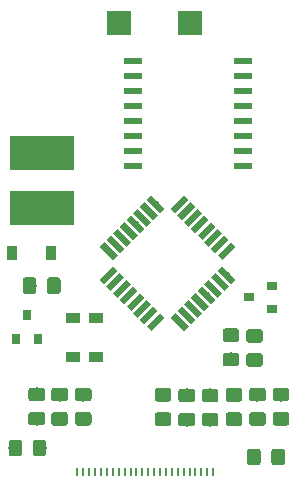
<source format=gbr>
G04 #@! TF.GenerationSoftware,KiCad,Pcbnew,5.0.2-bee76a0~70~ubuntu16.04.1*
G04 #@! TF.CreationDate,2019-03-15T02:00:50+08:00*
G04 #@! TF.ProjectId,OTP-v02,4f54502d-7630-4322-9e6b-696361645f70,v01*
G04 #@! TF.SameCoordinates,Original*
G04 #@! TF.FileFunction,Paste,Top*
G04 #@! TF.FilePolarity,Positive*
%FSLAX46Y46*%
G04 Gerber Fmt 4.6, Leading zero omitted, Abs format (unit mm)*
G04 Created by KiCad (PCBNEW 5.0.2-bee76a0~70~ubuntu16.04.1) date Friday, 15 March, 2019 02:00:50 AM PST*
%MOMM*%
%LPD*%
G01*
G04 APERTURE LIST*
%ADD10R,0.200000X0.800000*%
%ADD11C,0.100000*%
%ADD12C,1.150000*%
%ADD13R,2.000000X2.000000*%
%ADD14R,1.200000X0.900000*%
%ADD15R,0.900000X1.200000*%
%ADD16R,5.500000X3.000000*%
%ADD17R,0.800000X0.900000*%
%ADD18R,0.900000X0.800000*%
%ADD19C,0.550000*%
%ADD20R,1.500000X0.600000*%
G04 APERTURE END LIST*
D10*
G04 #@! TO.C,J1*
X112500000Y-99000000D03*
X113000000Y-99000000D03*
X113500000Y-99000000D03*
X114000000Y-99000000D03*
X114500000Y-99000000D03*
X115000000Y-99000000D03*
X115500000Y-99000000D03*
X116000000Y-99000000D03*
X116500000Y-99000000D03*
X117000000Y-99000000D03*
X117500000Y-99000000D03*
X118000000Y-99000000D03*
X118500000Y-99000000D03*
X119000000Y-99000000D03*
X119500000Y-99000000D03*
X120000000Y-99000000D03*
X120500000Y-99000000D03*
X121000000Y-99000000D03*
X121500000Y-99000000D03*
X122000000Y-99000000D03*
X122500000Y-99000000D03*
X123000000Y-99000000D03*
X123500000Y-99000000D03*
X124000000Y-99000000D03*
G04 #@! TD*
D11*
G04 #@! TO.C,C11*
G36*
X122224505Y-91976204D02*
X122248773Y-91979804D01*
X122272572Y-91985765D01*
X122295671Y-91994030D01*
X122317850Y-92004520D01*
X122338893Y-92017132D01*
X122358599Y-92031747D01*
X122376777Y-92048223D01*
X122393253Y-92066401D01*
X122407868Y-92086107D01*
X122420480Y-92107150D01*
X122430970Y-92129329D01*
X122439235Y-92152428D01*
X122445196Y-92176227D01*
X122448796Y-92200495D01*
X122450000Y-92224999D01*
X122450000Y-92875001D01*
X122448796Y-92899505D01*
X122445196Y-92923773D01*
X122439235Y-92947572D01*
X122430970Y-92970671D01*
X122420480Y-92992850D01*
X122407868Y-93013893D01*
X122393253Y-93033599D01*
X122376777Y-93051777D01*
X122358599Y-93068253D01*
X122338893Y-93082868D01*
X122317850Y-93095480D01*
X122295671Y-93105970D01*
X122272572Y-93114235D01*
X122248773Y-93120196D01*
X122224505Y-93123796D01*
X122200001Y-93125000D01*
X121299999Y-93125000D01*
X121275495Y-93123796D01*
X121251227Y-93120196D01*
X121227428Y-93114235D01*
X121204329Y-93105970D01*
X121182150Y-93095480D01*
X121161107Y-93082868D01*
X121141401Y-93068253D01*
X121123223Y-93051777D01*
X121106747Y-93033599D01*
X121092132Y-93013893D01*
X121079520Y-92992850D01*
X121069030Y-92970671D01*
X121060765Y-92947572D01*
X121054804Y-92923773D01*
X121051204Y-92899505D01*
X121050000Y-92875001D01*
X121050000Y-92224999D01*
X121051204Y-92200495D01*
X121054804Y-92176227D01*
X121060765Y-92152428D01*
X121069030Y-92129329D01*
X121079520Y-92107150D01*
X121092132Y-92086107D01*
X121106747Y-92066401D01*
X121123223Y-92048223D01*
X121141401Y-92031747D01*
X121161107Y-92017132D01*
X121182150Y-92004520D01*
X121204329Y-91994030D01*
X121227428Y-91985765D01*
X121251227Y-91979804D01*
X121275495Y-91976204D01*
X121299999Y-91975000D01*
X122200001Y-91975000D01*
X122224505Y-91976204D01*
X122224505Y-91976204D01*
G37*
D12*
X121750000Y-92550000D03*
D11*
G36*
X122224505Y-94026204D02*
X122248773Y-94029804D01*
X122272572Y-94035765D01*
X122295671Y-94044030D01*
X122317850Y-94054520D01*
X122338893Y-94067132D01*
X122358599Y-94081747D01*
X122376777Y-94098223D01*
X122393253Y-94116401D01*
X122407868Y-94136107D01*
X122420480Y-94157150D01*
X122430970Y-94179329D01*
X122439235Y-94202428D01*
X122445196Y-94226227D01*
X122448796Y-94250495D01*
X122450000Y-94274999D01*
X122450000Y-94925001D01*
X122448796Y-94949505D01*
X122445196Y-94973773D01*
X122439235Y-94997572D01*
X122430970Y-95020671D01*
X122420480Y-95042850D01*
X122407868Y-95063893D01*
X122393253Y-95083599D01*
X122376777Y-95101777D01*
X122358599Y-95118253D01*
X122338893Y-95132868D01*
X122317850Y-95145480D01*
X122295671Y-95155970D01*
X122272572Y-95164235D01*
X122248773Y-95170196D01*
X122224505Y-95173796D01*
X122200001Y-95175000D01*
X121299999Y-95175000D01*
X121275495Y-95173796D01*
X121251227Y-95170196D01*
X121227428Y-95164235D01*
X121204329Y-95155970D01*
X121182150Y-95145480D01*
X121161107Y-95132868D01*
X121141401Y-95118253D01*
X121123223Y-95101777D01*
X121106747Y-95083599D01*
X121092132Y-95063893D01*
X121079520Y-95042850D01*
X121069030Y-95020671D01*
X121060765Y-94997572D01*
X121054804Y-94973773D01*
X121051204Y-94949505D01*
X121050000Y-94925001D01*
X121050000Y-94274999D01*
X121051204Y-94250495D01*
X121054804Y-94226227D01*
X121060765Y-94202428D01*
X121069030Y-94179329D01*
X121079520Y-94157150D01*
X121092132Y-94136107D01*
X121106747Y-94116401D01*
X121123223Y-94098223D01*
X121141401Y-94081747D01*
X121161107Y-94067132D01*
X121182150Y-94054520D01*
X121204329Y-94044030D01*
X121227428Y-94035765D01*
X121251227Y-94029804D01*
X121275495Y-94026204D01*
X121299999Y-94025000D01*
X122200001Y-94025000D01*
X122224505Y-94026204D01*
X122224505Y-94026204D01*
G37*
D12*
X121750000Y-94600000D03*
G04 #@! TD*
D11*
G04 #@! TO.C,C5*
G36*
X124224505Y-94026204D02*
X124248773Y-94029804D01*
X124272572Y-94035765D01*
X124295671Y-94044030D01*
X124317850Y-94054520D01*
X124338893Y-94067132D01*
X124358599Y-94081747D01*
X124376777Y-94098223D01*
X124393253Y-94116401D01*
X124407868Y-94136107D01*
X124420480Y-94157150D01*
X124430970Y-94179329D01*
X124439235Y-94202428D01*
X124445196Y-94226227D01*
X124448796Y-94250495D01*
X124450000Y-94274999D01*
X124450000Y-94925001D01*
X124448796Y-94949505D01*
X124445196Y-94973773D01*
X124439235Y-94997572D01*
X124430970Y-95020671D01*
X124420480Y-95042850D01*
X124407868Y-95063893D01*
X124393253Y-95083599D01*
X124376777Y-95101777D01*
X124358599Y-95118253D01*
X124338893Y-95132868D01*
X124317850Y-95145480D01*
X124295671Y-95155970D01*
X124272572Y-95164235D01*
X124248773Y-95170196D01*
X124224505Y-95173796D01*
X124200001Y-95175000D01*
X123299999Y-95175000D01*
X123275495Y-95173796D01*
X123251227Y-95170196D01*
X123227428Y-95164235D01*
X123204329Y-95155970D01*
X123182150Y-95145480D01*
X123161107Y-95132868D01*
X123141401Y-95118253D01*
X123123223Y-95101777D01*
X123106747Y-95083599D01*
X123092132Y-95063893D01*
X123079520Y-95042850D01*
X123069030Y-95020671D01*
X123060765Y-94997572D01*
X123054804Y-94973773D01*
X123051204Y-94949505D01*
X123050000Y-94925001D01*
X123050000Y-94274999D01*
X123051204Y-94250495D01*
X123054804Y-94226227D01*
X123060765Y-94202428D01*
X123069030Y-94179329D01*
X123079520Y-94157150D01*
X123092132Y-94136107D01*
X123106747Y-94116401D01*
X123123223Y-94098223D01*
X123141401Y-94081747D01*
X123161107Y-94067132D01*
X123182150Y-94054520D01*
X123204329Y-94044030D01*
X123227428Y-94035765D01*
X123251227Y-94029804D01*
X123275495Y-94026204D01*
X123299999Y-94025000D01*
X124200001Y-94025000D01*
X124224505Y-94026204D01*
X124224505Y-94026204D01*
G37*
D12*
X123750000Y-94600000D03*
D11*
G36*
X124224505Y-91976204D02*
X124248773Y-91979804D01*
X124272572Y-91985765D01*
X124295671Y-91994030D01*
X124317850Y-92004520D01*
X124338893Y-92017132D01*
X124358599Y-92031747D01*
X124376777Y-92048223D01*
X124393253Y-92066401D01*
X124407868Y-92086107D01*
X124420480Y-92107150D01*
X124430970Y-92129329D01*
X124439235Y-92152428D01*
X124445196Y-92176227D01*
X124448796Y-92200495D01*
X124450000Y-92224999D01*
X124450000Y-92875001D01*
X124448796Y-92899505D01*
X124445196Y-92923773D01*
X124439235Y-92947572D01*
X124430970Y-92970671D01*
X124420480Y-92992850D01*
X124407868Y-93013893D01*
X124393253Y-93033599D01*
X124376777Y-93051777D01*
X124358599Y-93068253D01*
X124338893Y-93082868D01*
X124317850Y-93095480D01*
X124295671Y-93105970D01*
X124272572Y-93114235D01*
X124248773Y-93120196D01*
X124224505Y-93123796D01*
X124200001Y-93125000D01*
X123299999Y-93125000D01*
X123275495Y-93123796D01*
X123251227Y-93120196D01*
X123227428Y-93114235D01*
X123204329Y-93105970D01*
X123182150Y-93095480D01*
X123161107Y-93082868D01*
X123141401Y-93068253D01*
X123123223Y-93051777D01*
X123106747Y-93033599D01*
X123092132Y-93013893D01*
X123079520Y-92992850D01*
X123069030Y-92970671D01*
X123060765Y-92947572D01*
X123054804Y-92923773D01*
X123051204Y-92899505D01*
X123050000Y-92875001D01*
X123050000Y-92224999D01*
X123051204Y-92200495D01*
X123054804Y-92176227D01*
X123060765Y-92152428D01*
X123069030Y-92129329D01*
X123079520Y-92107150D01*
X123092132Y-92086107D01*
X123106747Y-92066401D01*
X123123223Y-92048223D01*
X123141401Y-92031747D01*
X123161107Y-92017132D01*
X123182150Y-92004520D01*
X123204329Y-91994030D01*
X123227428Y-91985765D01*
X123251227Y-91979804D01*
X123275495Y-91976204D01*
X123299999Y-91975000D01*
X124200001Y-91975000D01*
X124224505Y-91976204D01*
X124224505Y-91976204D01*
G37*
D12*
X123750000Y-92550000D03*
G04 #@! TD*
D13*
G04 #@! TO.C,BT2*
X122000000Y-61000000D03*
X116000000Y-61000000D03*
G04 #@! TD*
D11*
G04 #@! TO.C,C1*
G36*
X127974505Y-88976204D02*
X127998773Y-88979804D01*
X128022572Y-88985765D01*
X128045671Y-88994030D01*
X128067850Y-89004520D01*
X128088893Y-89017132D01*
X128108599Y-89031747D01*
X128126777Y-89048223D01*
X128143253Y-89066401D01*
X128157868Y-89086107D01*
X128170480Y-89107150D01*
X128180970Y-89129329D01*
X128189235Y-89152428D01*
X128195196Y-89176227D01*
X128198796Y-89200495D01*
X128200000Y-89224999D01*
X128200000Y-89875001D01*
X128198796Y-89899505D01*
X128195196Y-89923773D01*
X128189235Y-89947572D01*
X128180970Y-89970671D01*
X128170480Y-89992850D01*
X128157868Y-90013893D01*
X128143253Y-90033599D01*
X128126777Y-90051777D01*
X128108599Y-90068253D01*
X128088893Y-90082868D01*
X128067850Y-90095480D01*
X128045671Y-90105970D01*
X128022572Y-90114235D01*
X127998773Y-90120196D01*
X127974505Y-90123796D01*
X127950001Y-90125000D01*
X127049999Y-90125000D01*
X127025495Y-90123796D01*
X127001227Y-90120196D01*
X126977428Y-90114235D01*
X126954329Y-90105970D01*
X126932150Y-90095480D01*
X126911107Y-90082868D01*
X126891401Y-90068253D01*
X126873223Y-90051777D01*
X126856747Y-90033599D01*
X126842132Y-90013893D01*
X126829520Y-89992850D01*
X126819030Y-89970671D01*
X126810765Y-89947572D01*
X126804804Y-89923773D01*
X126801204Y-89899505D01*
X126800000Y-89875001D01*
X126800000Y-89224999D01*
X126801204Y-89200495D01*
X126804804Y-89176227D01*
X126810765Y-89152428D01*
X126819030Y-89129329D01*
X126829520Y-89107150D01*
X126842132Y-89086107D01*
X126856747Y-89066401D01*
X126873223Y-89048223D01*
X126891401Y-89031747D01*
X126911107Y-89017132D01*
X126932150Y-89004520D01*
X126954329Y-88994030D01*
X126977428Y-88985765D01*
X127001227Y-88979804D01*
X127025495Y-88976204D01*
X127049999Y-88975000D01*
X127950001Y-88975000D01*
X127974505Y-88976204D01*
X127974505Y-88976204D01*
G37*
D12*
X127500000Y-89550000D03*
D11*
G36*
X127974505Y-86926204D02*
X127998773Y-86929804D01*
X128022572Y-86935765D01*
X128045671Y-86944030D01*
X128067850Y-86954520D01*
X128088893Y-86967132D01*
X128108599Y-86981747D01*
X128126777Y-86998223D01*
X128143253Y-87016401D01*
X128157868Y-87036107D01*
X128170480Y-87057150D01*
X128180970Y-87079329D01*
X128189235Y-87102428D01*
X128195196Y-87126227D01*
X128198796Y-87150495D01*
X128200000Y-87174999D01*
X128200000Y-87825001D01*
X128198796Y-87849505D01*
X128195196Y-87873773D01*
X128189235Y-87897572D01*
X128180970Y-87920671D01*
X128170480Y-87942850D01*
X128157868Y-87963893D01*
X128143253Y-87983599D01*
X128126777Y-88001777D01*
X128108599Y-88018253D01*
X128088893Y-88032868D01*
X128067850Y-88045480D01*
X128045671Y-88055970D01*
X128022572Y-88064235D01*
X127998773Y-88070196D01*
X127974505Y-88073796D01*
X127950001Y-88075000D01*
X127049999Y-88075000D01*
X127025495Y-88073796D01*
X127001227Y-88070196D01*
X126977428Y-88064235D01*
X126954329Y-88055970D01*
X126932150Y-88045480D01*
X126911107Y-88032868D01*
X126891401Y-88018253D01*
X126873223Y-88001777D01*
X126856747Y-87983599D01*
X126842132Y-87963893D01*
X126829520Y-87942850D01*
X126819030Y-87920671D01*
X126810765Y-87897572D01*
X126804804Y-87873773D01*
X126801204Y-87849505D01*
X126800000Y-87825001D01*
X126800000Y-87174999D01*
X126801204Y-87150495D01*
X126804804Y-87126227D01*
X126810765Y-87102428D01*
X126819030Y-87079329D01*
X126829520Y-87057150D01*
X126842132Y-87036107D01*
X126856747Y-87016401D01*
X126873223Y-86998223D01*
X126891401Y-86981747D01*
X126911107Y-86967132D01*
X126932150Y-86954520D01*
X126954329Y-86944030D01*
X126977428Y-86935765D01*
X127001227Y-86929804D01*
X127025495Y-86926204D01*
X127049999Y-86925000D01*
X127950001Y-86925000D01*
X127974505Y-86926204D01*
X127974505Y-86926204D01*
G37*
D12*
X127500000Y-87500000D03*
G04 #@! TD*
D11*
G04 #@! TO.C,C2*
G36*
X108799505Y-82551204D02*
X108823773Y-82554804D01*
X108847572Y-82560765D01*
X108870671Y-82569030D01*
X108892850Y-82579520D01*
X108913893Y-82592132D01*
X108933599Y-82606747D01*
X108951777Y-82623223D01*
X108968253Y-82641401D01*
X108982868Y-82661107D01*
X108995480Y-82682150D01*
X109005970Y-82704329D01*
X109014235Y-82727428D01*
X109020196Y-82751227D01*
X109023796Y-82775495D01*
X109025000Y-82799999D01*
X109025000Y-83700001D01*
X109023796Y-83724505D01*
X109020196Y-83748773D01*
X109014235Y-83772572D01*
X109005970Y-83795671D01*
X108995480Y-83817850D01*
X108982868Y-83838893D01*
X108968253Y-83858599D01*
X108951777Y-83876777D01*
X108933599Y-83893253D01*
X108913893Y-83907868D01*
X108892850Y-83920480D01*
X108870671Y-83930970D01*
X108847572Y-83939235D01*
X108823773Y-83945196D01*
X108799505Y-83948796D01*
X108775001Y-83950000D01*
X108124999Y-83950000D01*
X108100495Y-83948796D01*
X108076227Y-83945196D01*
X108052428Y-83939235D01*
X108029329Y-83930970D01*
X108007150Y-83920480D01*
X107986107Y-83907868D01*
X107966401Y-83893253D01*
X107948223Y-83876777D01*
X107931747Y-83858599D01*
X107917132Y-83838893D01*
X107904520Y-83817850D01*
X107894030Y-83795671D01*
X107885765Y-83772572D01*
X107879804Y-83748773D01*
X107876204Y-83724505D01*
X107875000Y-83700001D01*
X107875000Y-82799999D01*
X107876204Y-82775495D01*
X107879804Y-82751227D01*
X107885765Y-82727428D01*
X107894030Y-82704329D01*
X107904520Y-82682150D01*
X107917132Y-82661107D01*
X107931747Y-82641401D01*
X107948223Y-82623223D01*
X107966401Y-82606747D01*
X107986107Y-82592132D01*
X108007150Y-82579520D01*
X108029329Y-82569030D01*
X108052428Y-82560765D01*
X108076227Y-82554804D01*
X108100495Y-82551204D01*
X108124999Y-82550000D01*
X108775001Y-82550000D01*
X108799505Y-82551204D01*
X108799505Y-82551204D01*
G37*
D12*
X108450000Y-83250000D03*
D11*
G36*
X110849505Y-82551204D02*
X110873773Y-82554804D01*
X110897572Y-82560765D01*
X110920671Y-82569030D01*
X110942850Y-82579520D01*
X110963893Y-82592132D01*
X110983599Y-82606747D01*
X111001777Y-82623223D01*
X111018253Y-82641401D01*
X111032868Y-82661107D01*
X111045480Y-82682150D01*
X111055970Y-82704329D01*
X111064235Y-82727428D01*
X111070196Y-82751227D01*
X111073796Y-82775495D01*
X111075000Y-82799999D01*
X111075000Y-83700001D01*
X111073796Y-83724505D01*
X111070196Y-83748773D01*
X111064235Y-83772572D01*
X111055970Y-83795671D01*
X111045480Y-83817850D01*
X111032868Y-83838893D01*
X111018253Y-83858599D01*
X111001777Y-83876777D01*
X110983599Y-83893253D01*
X110963893Y-83907868D01*
X110942850Y-83920480D01*
X110920671Y-83930970D01*
X110897572Y-83939235D01*
X110873773Y-83945196D01*
X110849505Y-83948796D01*
X110825001Y-83950000D01*
X110174999Y-83950000D01*
X110150495Y-83948796D01*
X110126227Y-83945196D01*
X110102428Y-83939235D01*
X110079329Y-83930970D01*
X110057150Y-83920480D01*
X110036107Y-83907868D01*
X110016401Y-83893253D01*
X109998223Y-83876777D01*
X109981747Y-83858599D01*
X109967132Y-83838893D01*
X109954520Y-83817850D01*
X109944030Y-83795671D01*
X109935765Y-83772572D01*
X109929804Y-83748773D01*
X109926204Y-83724505D01*
X109925000Y-83700001D01*
X109925000Y-82799999D01*
X109926204Y-82775495D01*
X109929804Y-82751227D01*
X109935765Y-82727428D01*
X109944030Y-82704329D01*
X109954520Y-82682150D01*
X109967132Y-82661107D01*
X109981747Y-82641401D01*
X109998223Y-82623223D01*
X110016401Y-82606747D01*
X110036107Y-82592132D01*
X110057150Y-82579520D01*
X110079329Y-82569030D01*
X110102428Y-82560765D01*
X110126227Y-82554804D01*
X110150495Y-82551204D01*
X110174999Y-82550000D01*
X110825001Y-82550000D01*
X110849505Y-82551204D01*
X110849505Y-82551204D01*
G37*
D12*
X110500000Y-83250000D03*
G04 #@! TD*
D11*
G04 #@! TO.C,C3*
G36*
X126224505Y-93976204D02*
X126248773Y-93979804D01*
X126272572Y-93985765D01*
X126295671Y-93994030D01*
X126317850Y-94004520D01*
X126338893Y-94017132D01*
X126358599Y-94031747D01*
X126376777Y-94048223D01*
X126393253Y-94066401D01*
X126407868Y-94086107D01*
X126420480Y-94107150D01*
X126430970Y-94129329D01*
X126439235Y-94152428D01*
X126445196Y-94176227D01*
X126448796Y-94200495D01*
X126450000Y-94224999D01*
X126450000Y-94875001D01*
X126448796Y-94899505D01*
X126445196Y-94923773D01*
X126439235Y-94947572D01*
X126430970Y-94970671D01*
X126420480Y-94992850D01*
X126407868Y-95013893D01*
X126393253Y-95033599D01*
X126376777Y-95051777D01*
X126358599Y-95068253D01*
X126338893Y-95082868D01*
X126317850Y-95095480D01*
X126295671Y-95105970D01*
X126272572Y-95114235D01*
X126248773Y-95120196D01*
X126224505Y-95123796D01*
X126200001Y-95125000D01*
X125299999Y-95125000D01*
X125275495Y-95123796D01*
X125251227Y-95120196D01*
X125227428Y-95114235D01*
X125204329Y-95105970D01*
X125182150Y-95095480D01*
X125161107Y-95082868D01*
X125141401Y-95068253D01*
X125123223Y-95051777D01*
X125106747Y-95033599D01*
X125092132Y-95013893D01*
X125079520Y-94992850D01*
X125069030Y-94970671D01*
X125060765Y-94947572D01*
X125054804Y-94923773D01*
X125051204Y-94899505D01*
X125050000Y-94875001D01*
X125050000Y-94224999D01*
X125051204Y-94200495D01*
X125054804Y-94176227D01*
X125060765Y-94152428D01*
X125069030Y-94129329D01*
X125079520Y-94107150D01*
X125092132Y-94086107D01*
X125106747Y-94066401D01*
X125123223Y-94048223D01*
X125141401Y-94031747D01*
X125161107Y-94017132D01*
X125182150Y-94004520D01*
X125204329Y-93994030D01*
X125227428Y-93985765D01*
X125251227Y-93979804D01*
X125275495Y-93976204D01*
X125299999Y-93975000D01*
X126200001Y-93975000D01*
X126224505Y-93976204D01*
X126224505Y-93976204D01*
G37*
D12*
X125750000Y-94550000D03*
D11*
G36*
X126224505Y-91926204D02*
X126248773Y-91929804D01*
X126272572Y-91935765D01*
X126295671Y-91944030D01*
X126317850Y-91954520D01*
X126338893Y-91967132D01*
X126358599Y-91981747D01*
X126376777Y-91998223D01*
X126393253Y-92016401D01*
X126407868Y-92036107D01*
X126420480Y-92057150D01*
X126430970Y-92079329D01*
X126439235Y-92102428D01*
X126445196Y-92126227D01*
X126448796Y-92150495D01*
X126450000Y-92174999D01*
X126450000Y-92825001D01*
X126448796Y-92849505D01*
X126445196Y-92873773D01*
X126439235Y-92897572D01*
X126430970Y-92920671D01*
X126420480Y-92942850D01*
X126407868Y-92963893D01*
X126393253Y-92983599D01*
X126376777Y-93001777D01*
X126358599Y-93018253D01*
X126338893Y-93032868D01*
X126317850Y-93045480D01*
X126295671Y-93055970D01*
X126272572Y-93064235D01*
X126248773Y-93070196D01*
X126224505Y-93073796D01*
X126200001Y-93075000D01*
X125299999Y-93075000D01*
X125275495Y-93073796D01*
X125251227Y-93070196D01*
X125227428Y-93064235D01*
X125204329Y-93055970D01*
X125182150Y-93045480D01*
X125161107Y-93032868D01*
X125141401Y-93018253D01*
X125123223Y-93001777D01*
X125106747Y-92983599D01*
X125092132Y-92963893D01*
X125079520Y-92942850D01*
X125069030Y-92920671D01*
X125060765Y-92897572D01*
X125054804Y-92873773D01*
X125051204Y-92849505D01*
X125050000Y-92825001D01*
X125050000Y-92174999D01*
X125051204Y-92150495D01*
X125054804Y-92126227D01*
X125060765Y-92102428D01*
X125069030Y-92079329D01*
X125079520Y-92057150D01*
X125092132Y-92036107D01*
X125106747Y-92016401D01*
X125123223Y-91998223D01*
X125141401Y-91981747D01*
X125161107Y-91967132D01*
X125182150Y-91954520D01*
X125204329Y-91944030D01*
X125227428Y-91935765D01*
X125251227Y-91929804D01*
X125275495Y-91926204D01*
X125299999Y-91925000D01*
X126200001Y-91925000D01*
X126224505Y-91926204D01*
X126224505Y-91926204D01*
G37*
D12*
X125750000Y-92500000D03*
G04 #@! TD*
D11*
G04 #@! TO.C,C4*
G36*
X125974505Y-88926204D02*
X125998773Y-88929804D01*
X126022572Y-88935765D01*
X126045671Y-88944030D01*
X126067850Y-88954520D01*
X126088893Y-88967132D01*
X126108599Y-88981747D01*
X126126777Y-88998223D01*
X126143253Y-89016401D01*
X126157868Y-89036107D01*
X126170480Y-89057150D01*
X126180970Y-89079329D01*
X126189235Y-89102428D01*
X126195196Y-89126227D01*
X126198796Y-89150495D01*
X126200000Y-89174999D01*
X126200000Y-89825001D01*
X126198796Y-89849505D01*
X126195196Y-89873773D01*
X126189235Y-89897572D01*
X126180970Y-89920671D01*
X126170480Y-89942850D01*
X126157868Y-89963893D01*
X126143253Y-89983599D01*
X126126777Y-90001777D01*
X126108599Y-90018253D01*
X126088893Y-90032868D01*
X126067850Y-90045480D01*
X126045671Y-90055970D01*
X126022572Y-90064235D01*
X125998773Y-90070196D01*
X125974505Y-90073796D01*
X125950001Y-90075000D01*
X125049999Y-90075000D01*
X125025495Y-90073796D01*
X125001227Y-90070196D01*
X124977428Y-90064235D01*
X124954329Y-90055970D01*
X124932150Y-90045480D01*
X124911107Y-90032868D01*
X124891401Y-90018253D01*
X124873223Y-90001777D01*
X124856747Y-89983599D01*
X124842132Y-89963893D01*
X124829520Y-89942850D01*
X124819030Y-89920671D01*
X124810765Y-89897572D01*
X124804804Y-89873773D01*
X124801204Y-89849505D01*
X124800000Y-89825001D01*
X124800000Y-89174999D01*
X124801204Y-89150495D01*
X124804804Y-89126227D01*
X124810765Y-89102428D01*
X124819030Y-89079329D01*
X124829520Y-89057150D01*
X124842132Y-89036107D01*
X124856747Y-89016401D01*
X124873223Y-88998223D01*
X124891401Y-88981747D01*
X124911107Y-88967132D01*
X124932150Y-88954520D01*
X124954329Y-88944030D01*
X124977428Y-88935765D01*
X125001227Y-88929804D01*
X125025495Y-88926204D01*
X125049999Y-88925000D01*
X125950001Y-88925000D01*
X125974505Y-88926204D01*
X125974505Y-88926204D01*
G37*
D12*
X125500000Y-89500000D03*
D11*
G36*
X125974505Y-86876204D02*
X125998773Y-86879804D01*
X126022572Y-86885765D01*
X126045671Y-86894030D01*
X126067850Y-86904520D01*
X126088893Y-86917132D01*
X126108599Y-86931747D01*
X126126777Y-86948223D01*
X126143253Y-86966401D01*
X126157868Y-86986107D01*
X126170480Y-87007150D01*
X126180970Y-87029329D01*
X126189235Y-87052428D01*
X126195196Y-87076227D01*
X126198796Y-87100495D01*
X126200000Y-87124999D01*
X126200000Y-87775001D01*
X126198796Y-87799505D01*
X126195196Y-87823773D01*
X126189235Y-87847572D01*
X126180970Y-87870671D01*
X126170480Y-87892850D01*
X126157868Y-87913893D01*
X126143253Y-87933599D01*
X126126777Y-87951777D01*
X126108599Y-87968253D01*
X126088893Y-87982868D01*
X126067850Y-87995480D01*
X126045671Y-88005970D01*
X126022572Y-88014235D01*
X125998773Y-88020196D01*
X125974505Y-88023796D01*
X125950001Y-88025000D01*
X125049999Y-88025000D01*
X125025495Y-88023796D01*
X125001227Y-88020196D01*
X124977428Y-88014235D01*
X124954329Y-88005970D01*
X124932150Y-87995480D01*
X124911107Y-87982868D01*
X124891401Y-87968253D01*
X124873223Y-87951777D01*
X124856747Y-87933599D01*
X124842132Y-87913893D01*
X124829520Y-87892850D01*
X124819030Y-87870671D01*
X124810765Y-87847572D01*
X124804804Y-87823773D01*
X124801204Y-87799505D01*
X124800000Y-87775001D01*
X124800000Y-87124999D01*
X124801204Y-87100495D01*
X124804804Y-87076227D01*
X124810765Y-87052428D01*
X124819030Y-87029329D01*
X124829520Y-87007150D01*
X124842132Y-86986107D01*
X124856747Y-86966401D01*
X124873223Y-86948223D01*
X124891401Y-86931747D01*
X124911107Y-86917132D01*
X124932150Y-86904520D01*
X124954329Y-86894030D01*
X124977428Y-86885765D01*
X125001227Y-86879804D01*
X125025495Y-86876204D01*
X125049999Y-86875000D01*
X125950001Y-86875000D01*
X125974505Y-86876204D01*
X125974505Y-86876204D01*
G37*
D12*
X125500000Y-87450000D03*
G04 #@! TD*
D11*
G04 #@! TO.C,C6*
G36*
X127799505Y-97051204D02*
X127823773Y-97054804D01*
X127847572Y-97060765D01*
X127870671Y-97069030D01*
X127892850Y-97079520D01*
X127913893Y-97092132D01*
X127933599Y-97106747D01*
X127951777Y-97123223D01*
X127968253Y-97141401D01*
X127982868Y-97161107D01*
X127995480Y-97182150D01*
X128005970Y-97204329D01*
X128014235Y-97227428D01*
X128020196Y-97251227D01*
X128023796Y-97275495D01*
X128025000Y-97299999D01*
X128025000Y-98200001D01*
X128023796Y-98224505D01*
X128020196Y-98248773D01*
X128014235Y-98272572D01*
X128005970Y-98295671D01*
X127995480Y-98317850D01*
X127982868Y-98338893D01*
X127968253Y-98358599D01*
X127951777Y-98376777D01*
X127933599Y-98393253D01*
X127913893Y-98407868D01*
X127892850Y-98420480D01*
X127870671Y-98430970D01*
X127847572Y-98439235D01*
X127823773Y-98445196D01*
X127799505Y-98448796D01*
X127775001Y-98450000D01*
X127124999Y-98450000D01*
X127100495Y-98448796D01*
X127076227Y-98445196D01*
X127052428Y-98439235D01*
X127029329Y-98430970D01*
X127007150Y-98420480D01*
X126986107Y-98407868D01*
X126966401Y-98393253D01*
X126948223Y-98376777D01*
X126931747Y-98358599D01*
X126917132Y-98338893D01*
X126904520Y-98317850D01*
X126894030Y-98295671D01*
X126885765Y-98272572D01*
X126879804Y-98248773D01*
X126876204Y-98224505D01*
X126875000Y-98200001D01*
X126875000Y-97299999D01*
X126876204Y-97275495D01*
X126879804Y-97251227D01*
X126885765Y-97227428D01*
X126894030Y-97204329D01*
X126904520Y-97182150D01*
X126917132Y-97161107D01*
X126931747Y-97141401D01*
X126948223Y-97123223D01*
X126966401Y-97106747D01*
X126986107Y-97092132D01*
X127007150Y-97079520D01*
X127029329Y-97069030D01*
X127052428Y-97060765D01*
X127076227Y-97054804D01*
X127100495Y-97051204D01*
X127124999Y-97050000D01*
X127775001Y-97050000D01*
X127799505Y-97051204D01*
X127799505Y-97051204D01*
G37*
D12*
X127450000Y-97750000D03*
D11*
G36*
X129849505Y-97051204D02*
X129873773Y-97054804D01*
X129897572Y-97060765D01*
X129920671Y-97069030D01*
X129942850Y-97079520D01*
X129963893Y-97092132D01*
X129983599Y-97106747D01*
X130001777Y-97123223D01*
X130018253Y-97141401D01*
X130032868Y-97161107D01*
X130045480Y-97182150D01*
X130055970Y-97204329D01*
X130064235Y-97227428D01*
X130070196Y-97251227D01*
X130073796Y-97275495D01*
X130075000Y-97299999D01*
X130075000Y-98200001D01*
X130073796Y-98224505D01*
X130070196Y-98248773D01*
X130064235Y-98272572D01*
X130055970Y-98295671D01*
X130045480Y-98317850D01*
X130032868Y-98338893D01*
X130018253Y-98358599D01*
X130001777Y-98376777D01*
X129983599Y-98393253D01*
X129963893Y-98407868D01*
X129942850Y-98420480D01*
X129920671Y-98430970D01*
X129897572Y-98439235D01*
X129873773Y-98445196D01*
X129849505Y-98448796D01*
X129825001Y-98450000D01*
X129174999Y-98450000D01*
X129150495Y-98448796D01*
X129126227Y-98445196D01*
X129102428Y-98439235D01*
X129079329Y-98430970D01*
X129057150Y-98420480D01*
X129036107Y-98407868D01*
X129016401Y-98393253D01*
X128998223Y-98376777D01*
X128981747Y-98358599D01*
X128967132Y-98338893D01*
X128954520Y-98317850D01*
X128944030Y-98295671D01*
X128935765Y-98272572D01*
X128929804Y-98248773D01*
X128926204Y-98224505D01*
X128925000Y-98200001D01*
X128925000Y-97299999D01*
X128926204Y-97275495D01*
X128929804Y-97251227D01*
X128935765Y-97227428D01*
X128944030Y-97204329D01*
X128954520Y-97182150D01*
X128967132Y-97161107D01*
X128981747Y-97141401D01*
X128998223Y-97123223D01*
X129016401Y-97106747D01*
X129036107Y-97092132D01*
X129057150Y-97079520D01*
X129079329Y-97069030D01*
X129102428Y-97060765D01*
X129126227Y-97054804D01*
X129150495Y-97051204D01*
X129174999Y-97050000D01*
X129825001Y-97050000D01*
X129849505Y-97051204D01*
X129849505Y-97051204D01*
G37*
D12*
X129500000Y-97750000D03*
G04 #@! TD*
D11*
G04 #@! TO.C,C7*
G36*
X111474505Y-91901204D02*
X111498773Y-91904804D01*
X111522572Y-91910765D01*
X111545671Y-91919030D01*
X111567850Y-91929520D01*
X111588893Y-91942132D01*
X111608599Y-91956747D01*
X111626777Y-91973223D01*
X111643253Y-91991401D01*
X111657868Y-92011107D01*
X111670480Y-92032150D01*
X111680970Y-92054329D01*
X111689235Y-92077428D01*
X111695196Y-92101227D01*
X111698796Y-92125495D01*
X111700000Y-92149999D01*
X111700000Y-92800001D01*
X111698796Y-92824505D01*
X111695196Y-92848773D01*
X111689235Y-92872572D01*
X111680970Y-92895671D01*
X111670480Y-92917850D01*
X111657868Y-92938893D01*
X111643253Y-92958599D01*
X111626777Y-92976777D01*
X111608599Y-92993253D01*
X111588893Y-93007868D01*
X111567850Y-93020480D01*
X111545671Y-93030970D01*
X111522572Y-93039235D01*
X111498773Y-93045196D01*
X111474505Y-93048796D01*
X111450001Y-93050000D01*
X110549999Y-93050000D01*
X110525495Y-93048796D01*
X110501227Y-93045196D01*
X110477428Y-93039235D01*
X110454329Y-93030970D01*
X110432150Y-93020480D01*
X110411107Y-93007868D01*
X110391401Y-92993253D01*
X110373223Y-92976777D01*
X110356747Y-92958599D01*
X110342132Y-92938893D01*
X110329520Y-92917850D01*
X110319030Y-92895671D01*
X110310765Y-92872572D01*
X110304804Y-92848773D01*
X110301204Y-92824505D01*
X110300000Y-92800001D01*
X110300000Y-92149999D01*
X110301204Y-92125495D01*
X110304804Y-92101227D01*
X110310765Y-92077428D01*
X110319030Y-92054329D01*
X110329520Y-92032150D01*
X110342132Y-92011107D01*
X110356747Y-91991401D01*
X110373223Y-91973223D01*
X110391401Y-91956747D01*
X110411107Y-91942132D01*
X110432150Y-91929520D01*
X110454329Y-91919030D01*
X110477428Y-91910765D01*
X110501227Y-91904804D01*
X110525495Y-91901204D01*
X110549999Y-91900000D01*
X111450001Y-91900000D01*
X111474505Y-91901204D01*
X111474505Y-91901204D01*
G37*
D12*
X111000000Y-92475000D03*
D11*
G36*
X111474505Y-93951204D02*
X111498773Y-93954804D01*
X111522572Y-93960765D01*
X111545671Y-93969030D01*
X111567850Y-93979520D01*
X111588893Y-93992132D01*
X111608599Y-94006747D01*
X111626777Y-94023223D01*
X111643253Y-94041401D01*
X111657868Y-94061107D01*
X111670480Y-94082150D01*
X111680970Y-94104329D01*
X111689235Y-94127428D01*
X111695196Y-94151227D01*
X111698796Y-94175495D01*
X111700000Y-94199999D01*
X111700000Y-94850001D01*
X111698796Y-94874505D01*
X111695196Y-94898773D01*
X111689235Y-94922572D01*
X111680970Y-94945671D01*
X111670480Y-94967850D01*
X111657868Y-94988893D01*
X111643253Y-95008599D01*
X111626777Y-95026777D01*
X111608599Y-95043253D01*
X111588893Y-95057868D01*
X111567850Y-95070480D01*
X111545671Y-95080970D01*
X111522572Y-95089235D01*
X111498773Y-95095196D01*
X111474505Y-95098796D01*
X111450001Y-95100000D01*
X110549999Y-95100000D01*
X110525495Y-95098796D01*
X110501227Y-95095196D01*
X110477428Y-95089235D01*
X110454329Y-95080970D01*
X110432150Y-95070480D01*
X110411107Y-95057868D01*
X110391401Y-95043253D01*
X110373223Y-95026777D01*
X110356747Y-95008599D01*
X110342132Y-94988893D01*
X110329520Y-94967850D01*
X110319030Y-94945671D01*
X110310765Y-94922572D01*
X110304804Y-94898773D01*
X110301204Y-94874505D01*
X110300000Y-94850001D01*
X110300000Y-94199999D01*
X110301204Y-94175495D01*
X110304804Y-94151227D01*
X110310765Y-94127428D01*
X110319030Y-94104329D01*
X110329520Y-94082150D01*
X110342132Y-94061107D01*
X110356747Y-94041401D01*
X110373223Y-94023223D01*
X110391401Y-94006747D01*
X110411107Y-93992132D01*
X110432150Y-93979520D01*
X110454329Y-93969030D01*
X110477428Y-93960765D01*
X110501227Y-93954804D01*
X110525495Y-93951204D01*
X110549999Y-93950000D01*
X111450001Y-93950000D01*
X111474505Y-93951204D01*
X111474505Y-93951204D01*
G37*
D12*
X111000000Y-94525000D03*
G04 #@! TD*
D11*
G04 #@! TO.C,C9*
G36*
X128224505Y-91901204D02*
X128248773Y-91904804D01*
X128272572Y-91910765D01*
X128295671Y-91919030D01*
X128317850Y-91929520D01*
X128338893Y-91942132D01*
X128358599Y-91956747D01*
X128376777Y-91973223D01*
X128393253Y-91991401D01*
X128407868Y-92011107D01*
X128420480Y-92032150D01*
X128430970Y-92054329D01*
X128439235Y-92077428D01*
X128445196Y-92101227D01*
X128448796Y-92125495D01*
X128450000Y-92149999D01*
X128450000Y-92800001D01*
X128448796Y-92824505D01*
X128445196Y-92848773D01*
X128439235Y-92872572D01*
X128430970Y-92895671D01*
X128420480Y-92917850D01*
X128407868Y-92938893D01*
X128393253Y-92958599D01*
X128376777Y-92976777D01*
X128358599Y-92993253D01*
X128338893Y-93007868D01*
X128317850Y-93020480D01*
X128295671Y-93030970D01*
X128272572Y-93039235D01*
X128248773Y-93045196D01*
X128224505Y-93048796D01*
X128200001Y-93050000D01*
X127299999Y-93050000D01*
X127275495Y-93048796D01*
X127251227Y-93045196D01*
X127227428Y-93039235D01*
X127204329Y-93030970D01*
X127182150Y-93020480D01*
X127161107Y-93007868D01*
X127141401Y-92993253D01*
X127123223Y-92976777D01*
X127106747Y-92958599D01*
X127092132Y-92938893D01*
X127079520Y-92917850D01*
X127069030Y-92895671D01*
X127060765Y-92872572D01*
X127054804Y-92848773D01*
X127051204Y-92824505D01*
X127050000Y-92800001D01*
X127050000Y-92149999D01*
X127051204Y-92125495D01*
X127054804Y-92101227D01*
X127060765Y-92077428D01*
X127069030Y-92054329D01*
X127079520Y-92032150D01*
X127092132Y-92011107D01*
X127106747Y-91991401D01*
X127123223Y-91973223D01*
X127141401Y-91956747D01*
X127161107Y-91942132D01*
X127182150Y-91929520D01*
X127204329Y-91919030D01*
X127227428Y-91910765D01*
X127251227Y-91904804D01*
X127275495Y-91901204D01*
X127299999Y-91900000D01*
X128200001Y-91900000D01*
X128224505Y-91901204D01*
X128224505Y-91901204D01*
G37*
D12*
X127750000Y-92475000D03*
D11*
G36*
X128224505Y-93951204D02*
X128248773Y-93954804D01*
X128272572Y-93960765D01*
X128295671Y-93969030D01*
X128317850Y-93979520D01*
X128338893Y-93992132D01*
X128358599Y-94006747D01*
X128376777Y-94023223D01*
X128393253Y-94041401D01*
X128407868Y-94061107D01*
X128420480Y-94082150D01*
X128430970Y-94104329D01*
X128439235Y-94127428D01*
X128445196Y-94151227D01*
X128448796Y-94175495D01*
X128450000Y-94199999D01*
X128450000Y-94850001D01*
X128448796Y-94874505D01*
X128445196Y-94898773D01*
X128439235Y-94922572D01*
X128430970Y-94945671D01*
X128420480Y-94967850D01*
X128407868Y-94988893D01*
X128393253Y-95008599D01*
X128376777Y-95026777D01*
X128358599Y-95043253D01*
X128338893Y-95057868D01*
X128317850Y-95070480D01*
X128295671Y-95080970D01*
X128272572Y-95089235D01*
X128248773Y-95095196D01*
X128224505Y-95098796D01*
X128200001Y-95100000D01*
X127299999Y-95100000D01*
X127275495Y-95098796D01*
X127251227Y-95095196D01*
X127227428Y-95089235D01*
X127204329Y-95080970D01*
X127182150Y-95070480D01*
X127161107Y-95057868D01*
X127141401Y-95043253D01*
X127123223Y-95026777D01*
X127106747Y-95008599D01*
X127092132Y-94988893D01*
X127079520Y-94967850D01*
X127069030Y-94945671D01*
X127060765Y-94922572D01*
X127054804Y-94898773D01*
X127051204Y-94874505D01*
X127050000Y-94850001D01*
X127050000Y-94199999D01*
X127051204Y-94175495D01*
X127054804Y-94151227D01*
X127060765Y-94127428D01*
X127069030Y-94104329D01*
X127079520Y-94082150D01*
X127092132Y-94061107D01*
X127106747Y-94041401D01*
X127123223Y-94023223D01*
X127141401Y-94006747D01*
X127161107Y-93992132D01*
X127182150Y-93979520D01*
X127204329Y-93969030D01*
X127227428Y-93960765D01*
X127251227Y-93954804D01*
X127275495Y-93951204D01*
X127299999Y-93950000D01*
X128200001Y-93950000D01*
X128224505Y-93951204D01*
X128224505Y-93951204D01*
G37*
D12*
X127750000Y-94525000D03*
G04 #@! TD*
D11*
G04 #@! TO.C,C10*
G36*
X113474505Y-93951204D02*
X113498773Y-93954804D01*
X113522572Y-93960765D01*
X113545671Y-93969030D01*
X113567850Y-93979520D01*
X113588893Y-93992132D01*
X113608599Y-94006747D01*
X113626777Y-94023223D01*
X113643253Y-94041401D01*
X113657868Y-94061107D01*
X113670480Y-94082150D01*
X113680970Y-94104329D01*
X113689235Y-94127428D01*
X113695196Y-94151227D01*
X113698796Y-94175495D01*
X113700000Y-94199999D01*
X113700000Y-94850001D01*
X113698796Y-94874505D01*
X113695196Y-94898773D01*
X113689235Y-94922572D01*
X113680970Y-94945671D01*
X113670480Y-94967850D01*
X113657868Y-94988893D01*
X113643253Y-95008599D01*
X113626777Y-95026777D01*
X113608599Y-95043253D01*
X113588893Y-95057868D01*
X113567850Y-95070480D01*
X113545671Y-95080970D01*
X113522572Y-95089235D01*
X113498773Y-95095196D01*
X113474505Y-95098796D01*
X113450001Y-95100000D01*
X112549999Y-95100000D01*
X112525495Y-95098796D01*
X112501227Y-95095196D01*
X112477428Y-95089235D01*
X112454329Y-95080970D01*
X112432150Y-95070480D01*
X112411107Y-95057868D01*
X112391401Y-95043253D01*
X112373223Y-95026777D01*
X112356747Y-95008599D01*
X112342132Y-94988893D01*
X112329520Y-94967850D01*
X112319030Y-94945671D01*
X112310765Y-94922572D01*
X112304804Y-94898773D01*
X112301204Y-94874505D01*
X112300000Y-94850001D01*
X112300000Y-94199999D01*
X112301204Y-94175495D01*
X112304804Y-94151227D01*
X112310765Y-94127428D01*
X112319030Y-94104329D01*
X112329520Y-94082150D01*
X112342132Y-94061107D01*
X112356747Y-94041401D01*
X112373223Y-94023223D01*
X112391401Y-94006747D01*
X112411107Y-93992132D01*
X112432150Y-93979520D01*
X112454329Y-93969030D01*
X112477428Y-93960765D01*
X112501227Y-93954804D01*
X112525495Y-93951204D01*
X112549999Y-93950000D01*
X113450001Y-93950000D01*
X113474505Y-93951204D01*
X113474505Y-93951204D01*
G37*
D12*
X113000000Y-94525000D03*
D11*
G36*
X113474505Y-91901204D02*
X113498773Y-91904804D01*
X113522572Y-91910765D01*
X113545671Y-91919030D01*
X113567850Y-91929520D01*
X113588893Y-91942132D01*
X113608599Y-91956747D01*
X113626777Y-91973223D01*
X113643253Y-91991401D01*
X113657868Y-92011107D01*
X113670480Y-92032150D01*
X113680970Y-92054329D01*
X113689235Y-92077428D01*
X113695196Y-92101227D01*
X113698796Y-92125495D01*
X113700000Y-92149999D01*
X113700000Y-92800001D01*
X113698796Y-92824505D01*
X113695196Y-92848773D01*
X113689235Y-92872572D01*
X113680970Y-92895671D01*
X113670480Y-92917850D01*
X113657868Y-92938893D01*
X113643253Y-92958599D01*
X113626777Y-92976777D01*
X113608599Y-92993253D01*
X113588893Y-93007868D01*
X113567850Y-93020480D01*
X113545671Y-93030970D01*
X113522572Y-93039235D01*
X113498773Y-93045196D01*
X113474505Y-93048796D01*
X113450001Y-93050000D01*
X112549999Y-93050000D01*
X112525495Y-93048796D01*
X112501227Y-93045196D01*
X112477428Y-93039235D01*
X112454329Y-93030970D01*
X112432150Y-93020480D01*
X112411107Y-93007868D01*
X112391401Y-92993253D01*
X112373223Y-92976777D01*
X112356747Y-92958599D01*
X112342132Y-92938893D01*
X112329520Y-92917850D01*
X112319030Y-92895671D01*
X112310765Y-92872572D01*
X112304804Y-92848773D01*
X112301204Y-92824505D01*
X112300000Y-92800001D01*
X112300000Y-92149999D01*
X112301204Y-92125495D01*
X112304804Y-92101227D01*
X112310765Y-92077428D01*
X112319030Y-92054329D01*
X112329520Y-92032150D01*
X112342132Y-92011107D01*
X112356747Y-91991401D01*
X112373223Y-91973223D01*
X112391401Y-91956747D01*
X112411107Y-91942132D01*
X112432150Y-91929520D01*
X112454329Y-91919030D01*
X112477428Y-91910765D01*
X112501227Y-91904804D01*
X112525495Y-91901204D01*
X112549999Y-91900000D01*
X113450001Y-91900000D01*
X113474505Y-91901204D01*
X113474505Y-91901204D01*
G37*
D12*
X113000000Y-92475000D03*
G04 #@! TD*
D11*
G04 #@! TO.C,C12*
G36*
X130224505Y-93951204D02*
X130248773Y-93954804D01*
X130272572Y-93960765D01*
X130295671Y-93969030D01*
X130317850Y-93979520D01*
X130338893Y-93992132D01*
X130358599Y-94006747D01*
X130376777Y-94023223D01*
X130393253Y-94041401D01*
X130407868Y-94061107D01*
X130420480Y-94082150D01*
X130430970Y-94104329D01*
X130439235Y-94127428D01*
X130445196Y-94151227D01*
X130448796Y-94175495D01*
X130450000Y-94199999D01*
X130450000Y-94850001D01*
X130448796Y-94874505D01*
X130445196Y-94898773D01*
X130439235Y-94922572D01*
X130430970Y-94945671D01*
X130420480Y-94967850D01*
X130407868Y-94988893D01*
X130393253Y-95008599D01*
X130376777Y-95026777D01*
X130358599Y-95043253D01*
X130338893Y-95057868D01*
X130317850Y-95070480D01*
X130295671Y-95080970D01*
X130272572Y-95089235D01*
X130248773Y-95095196D01*
X130224505Y-95098796D01*
X130200001Y-95100000D01*
X129299999Y-95100000D01*
X129275495Y-95098796D01*
X129251227Y-95095196D01*
X129227428Y-95089235D01*
X129204329Y-95080970D01*
X129182150Y-95070480D01*
X129161107Y-95057868D01*
X129141401Y-95043253D01*
X129123223Y-95026777D01*
X129106747Y-95008599D01*
X129092132Y-94988893D01*
X129079520Y-94967850D01*
X129069030Y-94945671D01*
X129060765Y-94922572D01*
X129054804Y-94898773D01*
X129051204Y-94874505D01*
X129050000Y-94850001D01*
X129050000Y-94199999D01*
X129051204Y-94175495D01*
X129054804Y-94151227D01*
X129060765Y-94127428D01*
X129069030Y-94104329D01*
X129079520Y-94082150D01*
X129092132Y-94061107D01*
X129106747Y-94041401D01*
X129123223Y-94023223D01*
X129141401Y-94006747D01*
X129161107Y-93992132D01*
X129182150Y-93979520D01*
X129204329Y-93969030D01*
X129227428Y-93960765D01*
X129251227Y-93954804D01*
X129275495Y-93951204D01*
X129299999Y-93950000D01*
X130200001Y-93950000D01*
X130224505Y-93951204D01*
X130224505Y-93951204D01*
G37*
D12*
X129750000Y-94525000D03*
D11*
G36*
X130224505Y-91901204D02*
X130248773Y-91904804D01*
X130272572Y-91910765D01*
X130295671Y-91919030D01*
X130317850Y-91929520D01*
X130338893Y-91942132D01*
X130358599Y-91956747D01*
X130376777Y-91973223D01*
X130393253Y-91991401D01*
X130407868Y-92011107D01*
X130420480Y-92032150D01*
X130430970Y-92054329D01*
X130439235Y-92077428D01*
X130445196Y-92101227D01*
X130448796Y-92125495D01*
X130450000Y-92149999D01*
X130450000Y-92800001D01*
X130448796Y-92824505D01*
X130445196Y-92848773D01*
X130439235Y-92872572D01*
X130430970Y-92895671D01*
X130420480Y-92917850D01*
X130407868Y-92938893D01*
X130393253Y-92958599D01*
X130376777Y-92976777D01*
X130358599Y-92993253D01*
X130338893Y-93007868D01*
X130317850Y-93020480D01*
X130295671Y-93030970D01*
X130272572Y-93039235D01*
X130248773Y-93045196D01*
X130224505Y-93048796D01*
X130200001Y-93050000D01*
X129299999Y-93050000D01*
X129275495Y-93048796D01*
X129251227Y-93045196D01*
X129227428Y-93039235D01*
X129204329Y-93030970D01*
X129182150Y-93020480D01*
X129161107Y-93007868D01*
X129141401Y-92993253D01*
X129123223Y-92976777D01*
X129106747Y-92958599D01*
X129092132Y-92938893D01*
X129079520Y-92917850D01*
X129069030Y-92895671D01*
X129060765Y-92872572D01*
X129054804Y-92848773D01*
X129051204Y-92824505D01*
X129050000Y-92800001D01*
X129050000Y-92149999D01*
X129051204Y-92125495D01*
X129054804Y-92101227D01*
X129060765Y-92077428D01*
X129069030Y-92054329D01*
X129079520Y-92032150D01*
X129092132Y-92011107D01*
X129106747Y-91991401D01*
X129123223Y-91973223D01*
X129141401Y-91956747D01*
X129161107Y-91942132D01*
X129182150Y-91929520D01*
X129204329Y-91919030D01*
X129227428Y-91910765D01*
X129251227Y-91904804D01*
X129275495Y-91901204D01*
X129299999Y-91900000D01*
X130200001Y-91900000D01*
X130224505Y-91901204D01*
X130224505Y-91901204D01*
G37*
D12*
X129750000Y-92475000D03*
G04 #@! TD*
D14*
G04 #@! TO.C,D1*
X112117973Y-89262500D03*
X112117973Y-85962500D03*
G04 #@! TD*
G04 #@! TO.C,D2*
X114117973Y-85962500D03*
X114117973Y-89262500D03*
G04 #@! TD*
D15*
G04 #@! TO.C,D3*
X107000000Y-80500000D03*
X110300000Y-80500000D03*
G04 #@! TD*
D16*
G04 #@! TO.C,L1*
X109500000Y-72000000D03*
X109500000Y-76700000D03*
G04 #@! TD*
D17*
G04 #@! TO.C,Q1*
X108250000Y-85750000D03*
X109200000Y-87750000D03*
X107300000Y-87750000D03*
G04 #@! TD*
D18*
G04 #@! TO.C,Q2*
X129000000Y-85200000D03*
X129000000Y-83300000D03*
X127000000Y-84250000D03*
G04 #@! TD*
D11*
G04 #@! TO.C,R1*
G36*
X109649505Y-96301204D02*
X109673773Y-96304804D01*
X109697572Y-96310765D01*
X109720671Y-96319030D01*
X109742850Y-96329520D01*
X109763893Y-96342132D01*
X109783599Y-96356747D01*
X109801777Y-96373223D01*
X109818253Y-96391401D01*
X109832868Y-96411107D01*
X109845480Y-96432150D01*
X109855970Y-96454329D01*
X109864235Y-96477428D01*
X109870196Y-96501227D01*
X109873796Y-96525495D01*
X109875000Y-96549999D01*
X109875000Y-97450001D01*
X109873796Y-97474505D01*
X109870196Y-97498773D01*
X109864235Y-97522572D01*
X109855970Y-97545671D01*
X109845480Y-97567850D01*
X109832868Y-97588893D01*
X109818253Y-97608599D01*
X109801777Y-97626777D01*
X109783599Y-97643253D01*
X109763893Y-97657868D01*
X109742850Y-97670480D01*
X109720671Y-97680970D01*
X109697572Y-97689235D01*
X109673773Y-97695196D01*
X109649505Y-97698796D01*
X109625001Y-97700000D01*
X108974999Y-97700000D01*
X108950495Y-97698796D01*
X108926227Y-97695196D01*
X108902428Y-97689235D01*
X108879329Y-97680970D01*
X108857150Y-97670480D01*
X108836107Y-97657868D01*
X108816401Y-97643253D01*
X108798223Y-97626777D01*
X108781747Y-97608599D01*
X108767132Y-97588893D01*
X108754520Y-97567850D01*
X108744030Y-97545671D01*
X108735765Y-97522572D01*
X108729804Y-97498773D01*
X108726204Y-97474505D01*
X108725000Y-97450001D01*
X108725000Y-96549999D01*
X108726204Y-96525495D01*
X108729804Y-96501227D01*
X108735765Y-96477428D01*
X108744030Y-96454329D01*
X108754520Y-96432150D01*
X108767132Y-96411107D01*
X108781747Y-96391401D01*
X108798223Y-96373223D01*
X108816401Y-96356747D01*
X108836107Y-96342132D01*
X108857150Y-96329520D01*
X108879329Y-96319030D01*
X108902428Y-96310765D01*
X108926227Y-96304804D01*
X108950495Y-96301204D01*
X108974999Y-96300000D01*
X109625001Y-96300000D01*
X109649505Y-96301204D01*
X109649505Y-96301204D01*
G37*
D12*
X109300000Y-97000000D03*
D11*
G36*
X107599505Y-96301204D02*
X107623773Y-96304804D01*
X107647572Y-96310765D01*
X107670671Y-96319030D01*
X107692850Y-96329520D01*
X107713893Y-96342132D01*
X107733599Y-96356747D01*
X107751777Y-96373223D01*
X107768253Y-96391401D01*
X107782868Y-96411107D01*
X107795480Y-96432150D01*
X107805970Y-96454329D01*
X107814235Y-96477428D01*
X107820196Y-96501227D01*
X107823796Y-96525495D01*
X107825000Y-96549999D01*
X107825000Y-97450001D01*
X107823796Y-97474505D01*
X107820196Y-97498773D01*
X107814235Y-97522572D01*
X107805970Y-97545671D01*
X107795480Y-97567850D01*
X107782868Y-97588893D01*
X107768253Y-97608599D01*
X107751777Y-97626777D01*
X107733599Y-97643253D01*
X107713893Y-97657868D01*
X107692850Y-97670480D01*
X107670671Y-97680970D01*
X107647572Y-97689235D01*
X107623773Y-97695196D01*
X107599505Y-97698796D01*
X107575001Y-97700000D01*
X106924999Y-97700000D01*
X106900495Y-97698796D01*
X106876227Y-97695196D01*
X106852428Y-97689235D01*
X106829329Y-97680970D01*
X106807150Y-97670480D01*
X106786107Y-97657868D01*
X106766401Y-97643253D01*
X106748223Y-97626777D01*
X106731747Y-97608599D01*
X106717132Y-97588893D01*
X106704520Y-97567850D01*
X106694030Y-97545671D01*
X106685765Y-97522572D01*
X106679804Y-97498773D01*
X106676204Y-97474505D01*
X106675000Y-97450001D01*
X106675000Y-96549999D01*
X106676204Y-96525495D01*
X106679804Y-96501227D01*
X106685765Y-96477428D01*
X106694030Y-96454329D01*
X106704520Y-96432150D01*
X106717132Y-96411107D01*
X106731747Y-96391401D01*
X106748223Y-96373223D01*
X106766401Y-96356747D01*
X106786107Y-96342132D01*
X106807150Y-96329520D01*
X106829329Y-96319030D01*
X106852428Y-96310765D01*
X106876227Y-96304804D01*
X106900495Y-96301204D01*
X106924999Y-96300000D01*
X107575001Y-96300000D01*
X107599505Y-96301204D01*
X107599505Y-96301204D01*
G37*
D12*
X107250000Y-97000000D03*
G04 #@! TD*
D11*
G04 #@! TO.C,R2*
G36*
X109523029Y-93939840D02*
X109547297Y-93943440D01*
X109571096Y-93949401D01*
X109594195Y-93957666D01*
X109616374Y-93968156D01*
X109637417Y-93980768D01*
X109657123Y-93995383D01*
X109675301Y-94011859D01*
X109691777Y-94030037D01*
X109706392Y-94049743D01*
X109719004Y-94070786D01*
X109729494Y-94092965D01*
X109737759Y-94116064D01*
X109743720Y-94139863D01*
X109747320Y-94164131D01*
X109748524Y-94188635D01*
X109748524Y-94838637D01*
X109747320Y-94863141D01*
X109743720Y-94887409D01*
X109737759Y-94911208D01*
X109729494Y-94934307D01*
X109719004Y-94956486D01*
X109706392Y-94977529D01*
X109691777Y-94997235D01*
X109675301Y-95015413D01*
X109657123Y-95031889D01*
X109637417Y-95046504D01*
X109616374Y-95059116D01*
X109594195Y-95069606D01*
X109571096Y-95077871D01*
X109547297Y-95083832D01*
X109523029Y-95087432D01*
X109498525Y-95088636D01*
X108598523Y-95088636D01*
X108574019Y-95087432D01*
X108549751Y-95083832D01*
X108525952Y-95077871D01*
X108502853Y-95069606D01*
X108480674Y-95059116D01*
X108459631Y-95046504D01*
X108439925Y-95031889D01*
X108421747Y-95015413D01*
X108405271Y-94997235D01*
X108390656Y-94977529D01*
X108378044Y-94956486D01*
X108367554Y-94934307D01*
X108359289Y-94911208D01*
X108353328Y-94887409D01*
X108349728Y-94863141D01*
X108348524Y-94838637D01*
X108348524Y-94188635D01*
X108349728Y-94164131D01*
X108353328Y-94139863D01*
X108359289Y-94116064D01*
X108367554Y-94092965D01*
X108378044Y-94070786D01*
X108390656Y-94049743D01*
X108405271Y-94030037D01*
X108421747Y-94011859D01*
X108439925Y-93995383D01*
X108459631Y-93980768D01*
X108480674Y-93968156D01*
X108502853Y-93957666D01*
X108525952Y-93949401D01*
X108549751Y-93943440D01*
X108574019Y-93939840D01*
X108598523Y-93938636D01*
X109498525Y-93938636D01*
X109523029Y-93939840D01*
X109523029Y-93939840D01*
G37*
D12*
X109048524Y-94513636D03*
D11*
G36*
X109523029Y-91889840D02*
X109547297Y-91893440D01*
X109571096Y-91899401D01*
X109594195Y-91907666D01*
X109616374Y-91918156D01*
X109637417Y-91930768D01*
X109657123Y-91945383D01*
X109675301Y-91961859D01*
X109691777Y-91980037D01*
X109706392Y-91999743D01*
X109719004Y-92020786D01*
X109729494Y-92042965D01*
X109737759Y-92066064D01*
X109743720Y-92089863D01*
X109747320Y-92114131D01*
X109748524Y-92138635D01*
X109748524Y-92788637D01*
X109747320Y-92813141D01*
X109743720Y-92837409D01*
X109737759Y-92861208D01*
X109729494Y-92884307D01*
X109719004Y-92906486D01*
X109706392Y-92927529D01*
X109691777Y-92947235D01*
X109675301Y-92965413D01*
X109657123Y-92981889D01*
X109637417Y-92996504D01*
X109616374Y-93009116D01*
X109594195Y-93019606D01*
X109571096Y-93027871D01*
X109547297Y-93033832D01*
X109523029Y-93037432D01*
X109498525Y-93038636D01*
X108598523Y-93038636D01*
X108574019Y-93037432D01*
X108549751Y-93033832D01*
X108525952Y-93027871D01*
X108502853Y-93019606D01*
X108480674Y-93009116D01*
X108459631Y-92996504D01*
X108439925Y-92981889D01*
X108421747Y-92965413D01*
X108405271Y-92947235D01*
X108390656Y-92927529D01*
X108378044Y-92906486D01*
X108367554Y-92884307D01*
X108359289Y-92861208D01*
X108353328Y-92837409D01*
X108349728Y-92813141D01*
X108348524Y-92788637D01*
X108348524Y-92138635D01*
X108349728Y-92114131D01*
X108353328Y-92089863D01*
X108359289Y-92066064D01*
X108367554Y-92042965D01*
X108378044Y-92020786D01*
X108390656Y-91999743D01*
X108405271Y-91980037D01*
X108421747Y-91961859D01*
X108439925Y-91945383D01*
X108459631Y-91930768D01*
X108480674Y-91918156D01*
X108502853Y-91907666D01*
X108525952Y-91899401D01*
X108549751Y-91893440D01*
X108574019Y-91889840D01*
X108598523Y-91888636D01*
X109498525Y-91888636D01*
X109523029Y-91889840D01*
X109523029Y-91889840D01*
G37*
D12*
X109048524Y-92463636D03*
G04 #@! TD*
D19*
G04 #@! TO.C,U1*
X119120963Y-76358221D03*
D11*
G36*
X118360823Y-75986990D02*
X118749732Y-75598081D01*
X119881103Y-76729452D01*
X119492194Y-77118361D01*
X118360823Y-75986990D01*
X118360823Y-75986990D01*
G37*
D19*
X118555278Y-76923907D03*
D11*
G36*
X117795138Y-76552676D02*
X118184047Y-76163767D01*
X119315418Y-77295138D01*
X118926509Y-77684047D01*
X117795138Y-76552676D01*
X117795138Y-76552676D01*
G37*
D19*
X117989592Y-77489592D03*
D11*
G36*
X117229452Y-77118361D02*
X117618361Y-76729452D01*
X118749732Y-77860823D01*
X118360823Y-78249732D01*
X117229452Y-77118361D01*
X117229452Y-77118361D01*
G37*
D19*
X117423907Y-78055277D03*
D11*
G36*
X116663767Y-77684046D02*
X117052676Y-77295137D01*
X118184047Y-78426508D01*
X117795138Y-78815417D01*
X116663767Y-77684046D01*
X116663767Y-77684046D01*
G37*
D19*
X116858221Y-78620963D03*
D11*
G36*
X116098081Y-78249732D02*
X116486990Y-77860823D01*
X117618361Y-78992194D01*
X117229452Y-79381103D01*
X116098081Y-78249732D01*
X116098081Y-78249732D01*
G37*
D19*
X116292536Y-79186648D03*
D11*
G36*
X115532396Y-78815417D02*
X115921305Y-78426508D01*
X117052676Y-79557879D01*
X116663767Y-79946788D01*
X115532396Y-78815417D01*
X115532396Y-78815417D01*
G37*
D19*
X115726851Y-79752334D03*
D11*
G36*
X114966711Y-79381103D02*
X115355620Y-78992194D01*
X116486991Y-80123565D01*
X116098082Y-80512474D01*
X114966711Y-79381103D01*
X114966711Y-79381103D01*
G37*
D19*
X115161165Y-80318019D03*
D11*
G36*
X114401025Y-79946788D02*
X114789934Y-79557879D01*
X115921305Y-80689250D01*
X115532396Y-81078159D01*
X114401025Y-79946788D01*
X114401025Y-79946788D01*
G37*
D19*
X115161165Y-82368629D03*
D11*
G36*
X114789934Y-83128769D02*
X114401025Y-82739860D01*
X115532396Y-81608489D01*
X115921305Y-81997398D01*
X114789934Y-83128769D01*
X114789934Y-83128769D01*
G37*
D19*
X115726851Y-82934314D03*
D11*
G36*
X115355620Y-83694454D02*
X114966711Y-83305545D01*
X116098082Y-82174174D01*
X116486991Y-82563083D01*
X115355620Y-83694454D01*
X115355620Y-83694454D01*
G37*
D19*
X116292536Y-83500000D03*
D11*
G36*
X115921305Y-84260140D02*
X115532396Y-83871231D01*
X116663767Y-82739860D01*
X117052676Y-83128769D01*
X115921305Y-84260140D01*
X115921305Y-84260140D01*
G37*
D19*
X116858221Y-84065685D03*
D11*
G36*
X116486990Y-84825825D02*
X116098081Y-84436916D01*
X117229452Y-83305545D01*
X117618361Y-83694454D01*
X116486990Y-84825825D01*
X116486990Y-84825825D01*
G37*
D19*
X117423907Y-84631371D03*
D11*
G36*
X117052676Y-85391511D02*
X116663767Y-85002602D01*
X117795138Y-83871231D01*
X118184047Y-84260140D01*
X117052676Y-85391511D01*
X117052676Y-85391511D01*
G37*
D19*
X117989592Y-85197056D03*
D11*
G36*
X117618361Y-85957196D02*
X117229452Y-85568287D01*
X118360823Y-84436916D01*
X118749732Y-84825825D01*
X117618361Y-85957196D01*
X117618361Y-85957196D01*
G37*
D19*
X118555278Y-85762741D03*
D11*
G36*
X118184047Y-86522881D02*
X117795138Y-86133972D01*
X118926509Y-85002601D01*
X119315418Y-85391510D01*
X118184047Y-86522881D01*
X118184047Y-86522881D01*
G37*
D19*
X119120963Y-86328427D03*
D11*
G36*
X118749732Y-87088567D02*
X118360823Y-86699658D01*
X119492194Y-85568287D01*
X119881103Y-85957196D01*
X118749732Y-87088567D01*
X118749732Y-87088567D01*
G37*
D19*
X121171573Y-86328427D03*
D11*
G36*
X120411433Y-85957196D02*
X120800342Y-85568287D01*
X121931713Y-86699658D01*
X121542804Y-87088567D01*
X120411433Y-85957196D01*
X120411433Y-85957196D01*
G37*
D19*
X121737258Y-85762741D03*
D11*
G36*
X120977118Y-85391510D02*
X121366027Y-85002601D01*
X122497398Y-86133972D01*
X122108489Y-86522881D01*
X120977118Y-85391510D01*
X120977118Y-85391510D01*
G37*
D19*
X122302944Y-85197056D03*
D11*
G36*
X121542804Y-84825825D02*
X121931713Y-84436916D01*
X123063084Y-85568287D01*
X122674175Y-85957196D01*
X121542804Y-84825825D01*
X121542804Y-84825825D01*
G37*
D19*
X122868629Y-84631371D03*
D11*
G36*
X122108489Y-84260140D02*
X122497398Y-83871231D01*
X123628769Y-85002602D01*
X123239860Y-85391511D01*
X122108489Y-84260140D01*
X122108489Y-84260140D01*
G37*
D19*
X123434315Y-84065685D03*
D11*
G36*
X122674175Y-83694454D02*
X123063084Y-83305545D01*
X124194455Y-84436916D01*
X123805546Y-84825825D01*
X122674175Y-83694454D01*
X122674175Y-83694454D01*
G37*
D19*
X124000000Y-83500000D03*
D11*
G36*
X123239860Y-83128769D02*
X123628769Y-82739860D01*
X124760140Y-83871231D01*
X124371231Y-84260140D01*
X123239860Y-83128769D01*
X123239860Y-83128769D01*
G37*
D19*
X124565685Y-82934314D03*
D11*
G36*
X123805545Y-82563083D02*
X124194454Y-82174174D01*
X125325825Y-83305545D01*
X124936916Y-83694454D01*
X123805545Y-82563083D01*
X123805545Y-82563083D01*
G37*
D19*
X125131371Y-82368629D03*
D11*
G36*
X124371231Y-81997398D02*
X124760140Y-81608489D01*
X125891511Y-82739860D01*
X125502602Y-83128769D01*
X124371231Y-81997398D01*
X124371231Y-81997398D01*
G37*
D19*
X125131371Y-80318019D03*
D11*
G36*
X124760140Y-81078159D02*
X124371231Y-80689250D01*
X125502602Y-79557879D01*
X125891511Y-79946788D01*
X124760140Y-81078159D01*
X124760140Y-81078159D01*
G37*
D19*
X124565685Y-79752334D03*
D11*
G36*
X124194454Y-80512474D02*
X123805545Y-80123565D01*
X124936916Y-78992194D01*
X125325825Y-79381103D01*
X124194454Y-80512474D01*
X124194454Y-80512474D01*
G37*
D19*
X124000000Y-79186648D03*
D11*
G36*
X123628769Y-79946788D02*
X123239860Y-79557879D01*
X124371231Y-78426508D01*
X124760140Y-78815417D01*
X123628769Y-79946788D01*
X123628769Y-79946788D01*
G37*
D19*
X123434315Y-78620963D03*
D11*
G36*
X123063084Y-79381103D02*
X122674175Y-78992194D01*
X123805546Y-77860823D01*
X124194455Y-78249732D01*
X123063084Y-79381103D01*
X123063084Y-79381103D01*
G37*
D19*
X122868629Y-78055277D03*
D11*
G36*
X122497398Y-78815417D02*
X122108489Y-78426508D01*
X123239860Y-77295137D01*
X123628769Y-77684046D01*
X122497398Y-78815417D01*
X122497398Y-78815417D01*
G37*
D19*
X122302944Y-77489592D03*
D11*
G36*
X121931713Y-78249732D02*
X121542804Y-77860823D01*
X122674175Y-76729452D01*
X123063084Y-77118361D01*
X121931713Y-78249732D01*
X121931713Y-78249732D01*
G37*
D19*
X121737258Y-76923907D03*
D11*
G36*
X121366027Y-77684047D02*
X120977118Y-77295138D01*
X122108489Y-76163767D01*
X122497398Y-76552676D01*
X121366027Y-77684047D01*
X121366027Y-77684047D01*
G37*
D19*
X121171573Y-76358221D03*
D11*
G36*
X120800342Y-77118361D02*
X120411433Y-76729452D01*
X121542804Y-75598081D01*
X121931713Y-75986990D01*
X120800342Y-77118361D01*
X120800342Y-77118361D01*
G37*
G04 #@! TD*
D20*
G04 #@! TO.C,U2*
X117200000Y-64230000D03*
X117200000Y-65500000D03*
X117200000Y-66770000D03*
X117200000Y-68040000D03*
X117200000Y-69310000D03*
X117200000Y-70580000D03*
X117200000Y-71850000D03*
X117200000Y-73120000D03*
X126500000Y-73120000D03*
X126500000Y-71850000D03*
X126500000Y-70580000D03*
X126500000Y-69310000D03*
X126500000Y-68040000D03*
X126500000Y-66770000D03*
X126500000Y-65500000D03*
X126500000Y-64230000D03*
G04 #@! TD*
D11*
G04 #@! TO.C,C8*
G36*
X120224505Y-93976204D02*
X120248773Y-93979804D01*
X120272572Y-93985765D01*
X120295671Y-93994030D01*
X120317850Y-94004520D01*
X120338893Y-94017132D01*
X120358599Y-94031747D01*
X120376777Y-94048223D01*
X120393253Y-94066401D01*
X120407868Y-94086107D01*
X120420480Y-94107150D01*
X120430970Y-94129329D01*
X120439235Y-94152428D01*
X120445196Y-94176227D01*
X120448796Y-94200495D01*
X120450000Y-94224999D01*
X120450000Y-94875001D01*
X120448796Y-94899505D01*
X120445196Y-94923773D01*
X120439235Y-94947572D01*
X120430970Y-94970671D01*
X120420480Y-94992850D01*
X120407868Y-95013893D01*
X120393253Y-95033599D01*
X120376777Y-95051777D01*
X120358599Y-95068253D01*
X120338893Y-95082868D01*
X120317850Y-95095480D01*
X120295671Y-95105970D01*
X120272572Y-95114235D01*
X120248773Y-95120196D01*
X120224505Y-95123796D01*
X120200001Y-95125000D01*
X119299999Y-95125000D01*
X119275495Y-95123796D01*
X119251227Y-95120196D01*
X119227428Y-95114235D01*
X119204329Y-95105970D01*
X119182150Y-95095480D01*
X119161107Y-95082868D01*
X119141401Y-95068253D01*
X119123223Y-95051777D01*
X119106747Y-95033599D01*
X119092132Y-95013893D01*
X119079520Y-94992850D01*
X119069030Y-94970671D01*
X119060765Y-94947572D01*
X119054804Y-94923773D01*
X119051204Y-94899505D01*
X119050000Y-94875001D01*
X119050000Y-94224999D01*
X119051204Y-94200495D01*
X119054804Y-94176227D01*
X119060765Y-94152428D01*
X119069030Y-94129329D01*
X119079520Y-94107150D01*
X119092132Y-94086107D01*
X119106747Y-94066401D01*
X119123223Y-94048223D01*
X119141401Y-94031747D01*
X119161107Y-94017132D01*
X119182150Y-94004520D01*
X119204329Y-93994030D01*
X119227428Y-93985765D01*
X119251227Y-93979804D01*
X119275495Y-93976204D01*
X119299999Y-93975000D01*
X120200001Y-93975000D01*
X120224505Y-93976204D01*
X120224505Y-93976204D01*
G37*
D12*
X119750000Y-94550000D03*
D11*
G36*
X120224505Y-91926204D02*
X120248773Y-91929804D01*
X120272572Y-91935765D01*
X120295671Y-91944030D01*
X120317850Y-91954520D01*
X120338893Y-91967132D01*
X120358599Y-91981747D01*
X120376777Y-91998223D01*
X120393253Y-92016401D01*
X120407868Y-92036107D01*
X120420480Y-92057150D01*
X120430970Y-92079329D01*
X120439235Y-92102428D01*
X120445196Y-92126227D01*
X120448796Y-92150495D01*
X120450000Y-92174999D01*
X120450000Y-92825001D01*
X120448796Y-92849505D01*
X120445196Y-92873773D01*
X120439235Y-92897572D01*
X120430970Y-92920671D01*
X120420480Y-92942850D01*
X120407868Y-92963893D01*
X120393253Y-92983599D01*
X120376777Y-93001777D01*
X120358599Y-93018253D01*
X120338893Y-93032868D01*
X120317850Y-93045480D01*
X120295671Y-93055970D01*
X120272572Y-93064235D01*
X120248773Y-93070196D01*
X120224505Y-93073796D01*
X120200001Y-93075000D01*
X119299999Y-93075000D01*
X119275495Y-93073796D01*
X119251227Y-93070196D01*
X119227428Y-93064235D01*
X119204329Y-93055970D01*
X119182150Y-93045480D01*
X119161107Y-93032868D01*
X119141401Y-93018253D01*
X119123223Y-93001777D01*
X119106747Y-92983599D01*
X119092132Y-92963893D01*
X119079520Y-92942850D01*
X119069030Y-92920671D01*
X119060765Y-92897572D01*
X119054804Y-92873773D01*
X119051204Y-92849505D01*
X119050000Y-92825001D01*
X119050000Y-92174999D01*
X119051204Y-92150495D01*
X119054804Y-92126227D01*
X119060765Y-92102428D01*
X119069030Y-92079329D01*
X119079520Y-92057150D01*
X119092132Y-92036107D01*
X119106747Y-92016401D01*
X119123223Y-91998223D01*
X119141401Y-91981747D01*
X119161107Y-91967132D01*
X119182150Y-91954520D01*
X119204329Y-91944030D01*
X119227428Y-91935765D01*
X119251227Y-91929804D01*
X119275495Y-91926204D01*
X119299999Y-91925000D01*
X120200001Y-91925000D01*
X120224505Y-91926204D01*
X120224505Y-91926204D01*
G37*
D12*
X119750000Y-92500000D03*
G04 #@! TD*
M02*

</source>
